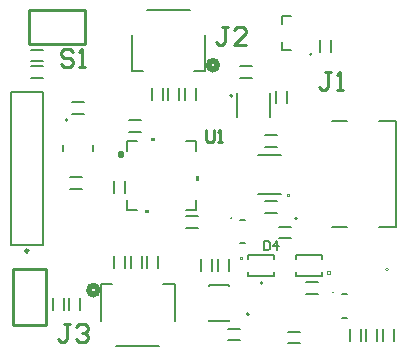
<source format=gto>
G04*
G04 #@! TF.GenerationSoftware,Altium Limited,Altium Designer,22.11.1 (43)*
G04*
G04 Layer_Color=65535*
%FSLAX44Y44*%
%MOMM*%
G71*
G04*
G04 #@! TF.SameCoordinates,A50B7F4E-0ABD-407A-AE68-1F03F6E7AD64*
G04*
G04*
G04 #@! TF.FilePolarity,Positive*
G04*
G01*
G75*
%ADD10C,0.5080*%
%ADD11C,0.2000*%
%ADD12C,0.2500*%
%ADD13C,0.1270*%
%ADD14C,0.0000*%
%ADD15C,0.1524*%
%ADD16C,0.2540*%
%ADD17C,0.1540*%
%ADD18C,0.0762*%
%ADD19C,0.3048*%
G36*
X122755Y119550D02*
X118945D01*
Y117010D01*
X122755D01*
Y119550D01*
D02*
G37*
G36*
X127755Y177630D02*
X123945D01*
Y180170D01*
X127755D01*
Y177630D01*
D02*
G37*
G36*
X162390Y147995D02*
X164930D01*
Y144185D01*
X162390D01*
Y147995D01*
D02*
G37*
D10*
X79248Y51465D02*
G03*
X79248Y51465I-3810J0D01*
G01*
X180478Y241905D02*
G03*
X180478Y241905I-3810J0D01*
G01*
D11*
X53530Y195548D02*
G03*
X53530Y195548I-1000J0D01*
G01*
X247940Y112060D02*
G03*
X247940Y112060I-1000J0D01*
G01*
X207300Y31140D02*
G03*
X207300Y31140I-1000J0D01*
G01*
X193013Y215978D02*
G03*
X193013Y215978I-1000J0D01*
G01*
X32500Y89298D02*
Y219298D01*
X5600Y89298D02*
X32500D01*
X5600D02*
Y219298D01*
X32500D01*
X277840Y194560D02*
X289940D01*
X277840Y105160D02*
X289940D01*
X317140Y194560D02*
X332040D01*
Y105160D02*
Y194560D01*
X317140Y105160D02*
X332040D01*
D12*
X20300Y84798D02*
G03*
X20300Y84798I-1250J0D01*
G01*
D13*
X192278Y112407D02*
G03*
X192278Y112407I-508J0D01*
G01*
X278638Y49530D02*
G03*
X278638Y49530I-508J0D01*
G01*
X102590Y133430D02*
Y143430D01*
X92990Y133430D02*
Y143430D01*
X74730Y169347D02*
Y174748D01*
X49730Y169347D02*
Y174748D01*
X240110Y6630D02*
X250110D01*
X240110Y16230D02*
X250110D01*
X153750Y114020D02*
X163750D01*
X153750Y104420D02*
X163750D01*
X105490Y185700D02*
X115490D01*
X105490Y195300D02*
X115490D01*
X292380Y8480D02*
Y18480D01*
X301980Y8480D02*
Y18480D01*
X199630Y110977D02*
X204230D01*
X199630Y90977D02*
X204230D01*
X285990Y28100D02*
X290590D01*
X285990Y48100D02*
X290590D01*
X230150Y209630D02*
Y219630D01*
X239750Y209630D02*
Y219630D01*
X124740Y212170D02*
Y222170D01*
X134340Y212170D02*
Y222170D01*
X130530Y69930D02*
Y79930D01*
X120930Y69930D02*
Y79930D01*
X189310Y18770D02*
X199310D01*
X189310Y9170D02*
X199310D01*
X276580Y252810D02*
Y262810D01*
X266980Y252810D02*
Y262810D01*
X306350Y8480D02*
Y18480D01*
X315950Y8480D02*
Y18480D01*
X22940Y245390D02*
X32940D01*
X22940Y254990D02*
X32940D01*
X40920Y34370D02*
Y44370D01*
X50520Y34370D02*
Y44370D01*
X64490Y34370D02*
Y44370D01*
X54890Y34370D02*
Y44370D01*
X199470Y231420D02*
X209470D01*
X199470Y241020D02*
X209470D01*
X232490Y95530D02*
X242490D01*
X232490Y105130D02*
X242490D01*
X320320Y8480D02*
Y18480D01*
X329920Y8480D02*
Y18480D01*
X22940Y231420D02*
X32940D01*
X22940Y241020D02*
X32940D01*
X255748Y48540D02*
X265748D01*
X255748Y58140D02*
X265748D01*
X166650Y67390D02*
Y77390D01*
X176250Y67390D02*
Y77390D01*
X190220Y67390D02*
Y77390D01*
X180620Y67390D02*
Y77390D01*
X102590Y69930D02*
Y79930D01*
X92990Y69930D02*
Y79930D01*
X190110Y25140D02*
Y26140D01*
X173110Y25140D02*
Y26140D01*
Y55140D02*
Y56140D01*
X190110Y55140D02*
Y56140D01*
X173110D02*
X190110D01*
X173110Y25140D02*
X190110D01*
X224848Y198280D02*
Y218280D01*
X197448Y198280D02*
Y218280D01*
X234811Y254740D02*
Y261740D01*
Y276740D02*
Y283740D01*
X242812D01*
X234811Y254740D02*
X242812D01*
X138710Y212170D02*
Y222170D01*
X148310Y212170D02*
Y222170D01*
X152680Y212170D02*
Y222170D01*
X162280Y212170D02*
Y222170D01*
X116560Y69930D02*
Y79930D01*
X106960Y69930D02*
Y79930D01*
X221060Y117120D02*
X231060D01*
X221060Y126720D02*
X231060D01*
X221060Y182600D02*
X231060D01*
X221060Y173000D02*
X231060D01*
X57230Y210540D02*
X67230D01*
X57230Y200940D02*
X67230D01*
X55960Y137440D02*
X65960D01*
X55960Y147040D02*
X65960D01*
D14*
X218975Y57572D02*
G03*
X218975Y57572I-1270J0D01*
G01*
X325310Y69070D02*
G03*
X325310Y69070I-1270J0D01*
G01*
X260311Y251240D02*
G03*
X260311Y251240I-1000J0D01*
G01*
D15*
X81788Y56515D02*
X91401D01*
X144272Y25567D02*
Y56515D01*
X94834Y4445D02*
X131226D01*
X81788Y25567D02*
Y56515D01*
X134659D02*
X144272D01*
X228219Y77749D02*
Y81153D01*
X206121Y63627D02*
Y67031D01*
Y77749D02*
Y81153D01*
X228219D01*
Y63627D02*
Y67031D01*
X206121Y63627D02*
X228219D01*
X246761D02*
Y67031D01*
X268859Y77749D02*
Y81153D01*
Y63627D02*
Y67031D01*
X246761Y63627D02*
X268859D01*
X246761Y77749D02*
Y81153D01*
X268859D01*
X107833Y236855D02*
X117446D01*
X170317D02*
Y267803D01*
X120880Y288925D02*
X157271D01*
X107833Y236855D02*
Y267803D01*
X160705Y236855D02*
X170317D01*
X104038Y119278D02*
X112570D01*
X162662D02*
Y127810D01*
X154129Y177902D02*
X162662D01*
X104038Y169370D02*
Y177902D01*
Y119278D02*
Y127810D01*
X154129Y119278D02*
X162662D01*
Y169370D02*
Y177902D01*
X104038D02*
X112570D01*
X214652Y165969D02*
X234718D01*
X214652Y132949D02*
X234718D01*
D16*
X68326Y260096D02*
Y288290D01*
X20574Y260096D02*
Y288290D01*
Y260096D02*
X68326D01*
X20574Y288290D02*
X68326D01*
X7366Y21844D02*
X35560D01*
X7366Y69596D02*
X35560D01*
X7366Y21844D02*
Y69596D01*
X35560Y21844D02*
Y69596D01*
X55881Y22857D02*
X50802D01*
X53342D01*
Y10162D01*
X50802Y7623D01*
X48263D01*
X45724Y10162D01*
X60959Y20318D02*
X63498Y22857D01*
X68577D01*
X71116Y20318D01*
Y17779D01*
X68577Y15240D01*
X66038D01*
X68577D01*
X71116Y12701D01*
Y10162D01*
X68577Y7623D01*
X63498D01*
X60959Y10162D01*
X58420Y252728D02*
X55881Y255268D01*
X50802D01*
X48263Y252728D01*
Y250189D01*
X50802Y247650D01*
X55881D01*
X58420Y245111D01*
Y242572D01*
X55881Y240033D01*
X50802D01*
X48263Y242572D01*
X63498Y240033D02*
X68577D01*
X66038D01*
Y255268D01*
X63498Y252728D01*
X189231Y274317D02*
X184153D01*
X186692D01*
Y261622D01*
X184153Y259083D01*
X181613D01*
X179074Y261622D01*
X204466Y259083D02*
X194309D01*
X204466Y269239D01*
Y271778D01*
X201927Y274317D01*
X196848D01*
X194309Y271778D01*
X171029Y186688D02*
Y178224D01*
X172722Y176532D01*
X176107D01*
X177800Y178224D01*
Y186688D01*
X181186Y176532D02*
X184571D01*
X182878D01*
Y186688D01*
X181186Y184996D01*
X276860Y236217D02*
X271782D01*
X274321D01*
Y223522D01*
X271782Y220982D01*
X269242D01*
X266703Y223522D01*
X281938Y220982D02*
X287017D01*
X284478D01*
Y236217D01*
X281938Y233678D01*
D17*
X219712Y92709D02*
Y85091D01*
X223521D01*
X224790Y86361D01*
Y91439D01*
X223521Y92709D01*
X219712D01*
X231138Y85091D02*
Y92709D01*
X227330Y88900D01*
X232408D01*
D18*
X199390Y77470D02*
Y79586D01*
X201506D01*
Y77470D01*
X199390D01*
X275590Y67310D02*
Y65194D01*
X273474D01*
Y67310D01*
X275590D01*
X241195Y132949D02*
Y130833D01*
X239079D01*
Y132949D01*
X241195D01*
D19*
X97790Y165100D02*
Y167216D01*
X99906D01*
Y165100D01*
X97790D01*
M02*

</source>
